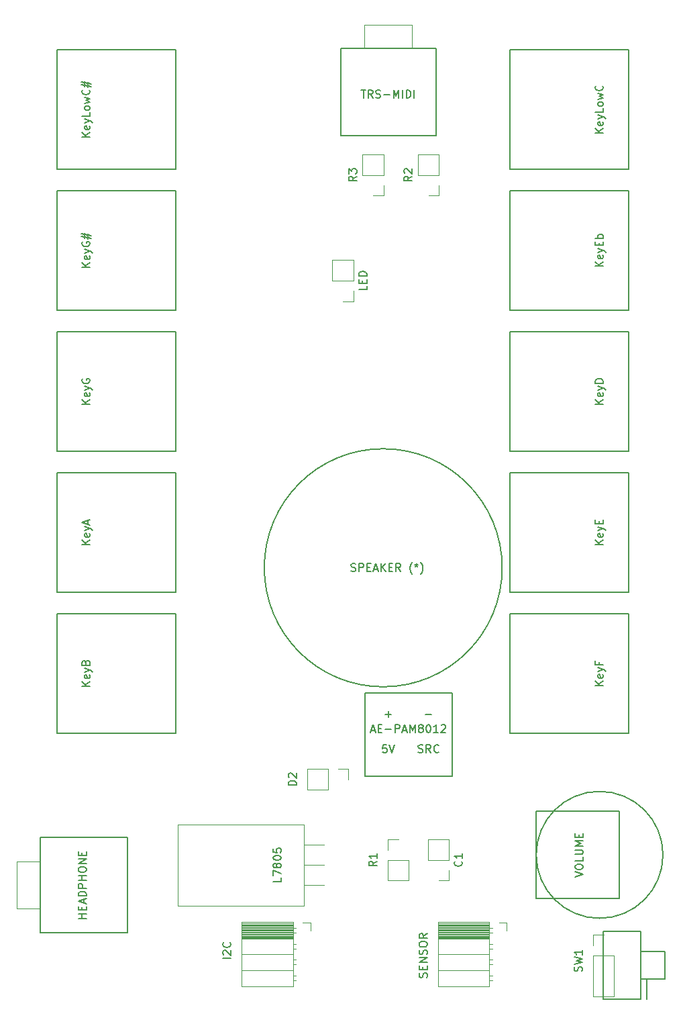
<source format=gto>
G04 #@! TF.GenerationSoftware,KiCad,Pcbnew,(5.1.8)-1*
G04 #@! TF.CreationDate,2021-02-19T23:09:38+09:00*
G04 #@! TF.ProjectId,windsynyh5,77696e64-7379-46e7-9968-352e6b696361,rev?*
G04 #@! TF.SameCoordinates,Original*
G04 #@! TF.FileFunction,Legend,Top*
G04 #@! TF.FilePolarity,Positive*
%FSLAX46Y46*%
G04 Gerber Fmt 4.6, Leading zero omitted, Abs format (unit mm)*
G04 Created by KiCad (PCBNEW (5.1.8)-1) date 2021-02-19 23:09:38*
%MOMM*%
%LPD*%
G01*
G04 APERTURE LIST*
%ADD10C,0.150000*%
%ADD11C,0.120000*%
G04 APERTURE END LIST*
D10*
X187912697Y-175377011D02*
X184912697Y-175377011D01*
X187912697Y-178877011D02*
X187912697Y-175377011D01*
X184912697Y-178877011D02*
X187912697Y-178877011D01*
X185674697Y-181377011D02*
X185674697Y-178877011D01*
X184912697Y-181377011D02*
X180162697Y-181377011D01*
X184912697Y-172877011D02*
X184912697Y-181377011D01*
X180162697Y-172877011D02*
X184912697Y-172877011D01*
X180162697Y-181377011D02*
X180162697Y-172877011D01*
D11*
G04 #@! TO.C,HEADPHONE*
X109150000Y-170005000D02*
X106150000Y-170005000D01*
X106150000Y-170005000D02*
X106150000Y-164005000D01*
X106150000Y-164005000D02*
X109150000Y-164005000D01*
D10*
X109150000Y-173005000D02*
X109150000Y-161005000D01*
X109150000Y-161005000D02*
X120150000Y-161005000D01*
X120150000Y-161005000D02*
X120150000Y-173005000D01*
X120150000Y-173005000D02*
X109150000Y-173005000D01*
D11*
G04 #@! TO.C,TRS-MIDI*
X150035000Y-61525000D02*
X150035000Y-58525000D01*
X150035000Y-58525000D02*
X156035000Y-58525000D01*
X156035000Y-58525000D02*
X156035000Y-61525000D01*
D10*
X147035000Y-61525000D02*
X159035000Y-61525000D01*
X159035000Y-61525000D02*
X159035000Y-72525000D01*
X159035000Y-72525000D02*
X147035000Y-72525000D01*
X147035000Y-72525000D02*
X147035000Y-61525000D01*
D11*
G04 #@! TO.C,L7805*
X142360000Y-169585000D02*
X142360000Y-159345000D01*
X126470000Y-169585000D02*
X126470000Y-159345000D01*
X126470000Y-169585000D02*
X142360000Y-169585000D01*
X126470000Y-159345000D02*
X142360000Y-159345000D01*
X142360000Y-167005000D02*
X144900000Y-167005000D01*
X142360000Y-164465000D02*
X144900000Y-164465000D01*
X142360000Y-161925000D02*
X144900000Y-161925000D01*
D10*
G04 #@! TO.C,VOLUME*
X171705000Y-157695000D02*
X171705000Y-168695000D01*
X171705000Y-168695000D02*
X182205000Y-168695000D01*
X182205000Y-168695000D02*
X182205000Y-157695000D01*
X182205000Y-157695000D02*
X171705000Y-157695000D01*
X187705000Y-163195000D02*
G75*
G03*
X187705000Y-163195000I-8000000J0D01*
G01*
G04 #@! TO.C,KeyLowC#*
X126245000Y-61715000D02*
X126245000Y-76715000D01*
X126245000Y-76715000D02*
X111245000Y-76715000D01*
X111245000Y-76715000D02*
X111245000Y-61715000D01*
X111245000Y-61715000D02*
X126245000Y-61715000D01*
G04 #@! TO.C,KeyG#*
X126245000Y-79495000D02*
X126245000Y-94495000D01*
X126245000Y-94495000D02*
X111245000Y-94495000D01*
X111245000Y-94495000D02*
X111245000Y-79495000D01*
X111245000Y-79495000D02*
X126245000Y-79495000D01*
G04 #@! TO.C,KeyG*
X126245000Y-97275000D02*
X126245000Y-112275000D01*
X126245000Y-112275000D02*
X111245000Y-112275000D01*
X111245000Y-112275000D02*
X111245000Y-97275000D01*
X111245000Y-97275000D02*
X126245000Y-97275000D01*
G04 #@! TO.C,KeyA*
X126245000Y-115055000D02*
X126245000Y-130055000D01*
X126245000Y-130055000D02*
X111245000Y-130055000D01*
X111245000Y-130055000D02*
X111245000Y-115055000D01*
X111245000Y-115055000D02*
X126245000Y-115055000D01*
G04 #@! TO.C,KeyB*
X126245000Y-132835000D02*
X126245000Y-147835000D01*
X126245000Y-147835000D02*
X111245000Y-147835000D01*
X111245000Y-147835000D02*
X111245000Y-132835000D01*
X111245000Y-132835000D02*
X126245000Y-132835000D01*
G04 #@! TO.C,KeyLowC*
X168395000Y-76715000D02*
X168395000Y-61715000D01*
X168395000Y-61715000D02*
X183395000Y-61715000D01*
X183395000Y-61715000D02*
X183395000Y-76715000D01*
X183395000Y-76715000D02*
X168395000Y-76715000D01*
G04 #@! TO.C,KeyEb*
X168395000Y-94495000D02*
X168395000Y-79495000D01*
X168395000Y-79495000D02*
X183395000Y-79495000D01*
X183395000Y-79495000D02*
X183395000Y-94495000D01*
X183395000Y-94495000D02*
X168395000Y-94495000D01*
G04 #@! TO.C,KeyD*
X168395000Y-112275000D02*
X168395000Y-97275000D01*
X168395000Y-97275000D02*
X183395000Y-97275000D01*
X183395000Y-97275000D02*
X183395000Y-112275000D01*
X183395000Y-112275000D02*
X168395000Y-112275000D01*
G04 #@! TO.C,KeyE*
X168395000Y-130055000D02*
X168395000Y-115055000D01*
X168395000Y-115055000D02*
X183395000Y-115055000D01*
X183395000Y-115055000D02*
X183395000Y-130055000D01*
X183395000Y-130055000D02*
X168395000Y-130055000D01*
G04 #@! TO.C,KeyF*
X168395000Y-147835000D02*
X168395000Y-132835000D01*
X168395000Y-132835000D02*
X183395000Y-132835000D01*
X183395000Y-132835000D02*
X183395000Y-147835000D01*
X183395000Y-147835000D02*
X168395000Y-147835000D01*
G04 #@! TO.C,AE-PAM8012*
X161075000Y-142755000D02*
X161075000Y-153255000D01*
X161075000Y-153255000D02*
X150075000Y-153255000D01*
X150075000Y-153255000D02*
X150075000Y-142755000D01*
X150075000Y-142755000D02*
X161075000Y-142755000D01*
D11*
G04 #@! TO.C,LED*
X148650000Y-88205000D02*
X145990000Y-88205000D01*
X148650000Y-90805000D02*
X148650000Y-88205000D01*
X145990000Y-90805000D02*
X145990000Y-88205000D01*
X148650000Y-90805000D02*
X145990000Y-90805000D01*
X148650000Y-92075000D02*
X148650000Y-93405000D01*
X148650000Y-93405000D02*
X147320000Y-93405000D01*
G04 #@! TO.C,R1*
X152975000Y-166430000D02*
X155635000Y-166430000D01*
X152975000Y-163830000D02*
X152975000Y-166430000D01*
X155635000Y-163830000D02*
X155635000Y-166430000D01*
X152975000Y-163830000D02*
X155635000Y-163830000D01*
X152975000Y-162560000D02*
X152975000Y-161230000D01*
X152975000Y-161230000D02*
X154305000Y-161230000D01*
G04 #@! TO.C,R2*
X159445000Y-74870000D02*
X156785000Y-74870000D01*
X159445000Y-77470000D02*
X159445000Y-74870000D01*
X156785000Y-77470000D02*
X156785000Y-74870000D01*
X159445000Y-77470000D02*
X156785000Y-77470000D01*
X159445000Y-78740000D02*
X159445000Y-80070000D01*
X159445000Y-80070000D02*
X158115000Y-80070000D01*
G04 #@! TO.C,R3*
X152460000Y-74870000D02*
X149800000Y-74870000D01*
X152460000Y-77470000D02*
X152460000Y-74870000D01*
X149800000Y-77470000D02*
X149800000Y-74870000D01*
X152460000Y-77470000D02*
X149800000Y-77470000D01*
X152460000Y-78740000D02*
X152460000Y-80070000D01*
X152460000Y-80070000D02*
X151130000Y-80070000D01*
G04 #@! TO.C,C1*
X160715000Y-161230000D02*
X158055000Y-161230000D01*
X160715000Y-163830000D02*
X160715000Y-161230000D01*
X158055000Y-163830000D02*
X158055000Y-161230000D01*
X160715000Y-163830000D02*
X158055000Y-163830000D01*
X160715000Y-165100000D02*
X160715000Y-166430000D01*
X160715000Y-166430000D02*
X159385000Y-166430000D01*
D10*
G04 #@! TO.C,SPEAKER (\u002A)*
X167408331Y-127000000D02*
G75*
G03*
X167408331Y-127000000I-15008331J0D01*
G01*
D11*
G04 #@! TO.C,SENSOR*
X165795000Y-171660000D02*
X165795000Y-173720000D01*
X165795000Y-173720000D02*
X159325000Y-173720000D01*
X159325000Y-173720000D02*
X159325000Y-171660000D01*
X159325000Y-171660000D02*
X165795000Y-171660000D01*
X166150000Y-172410000D02*
X165795000Y-172410000D01*
X166150000Y-173030000D02*
X165795000Y-173030000D01*
X165795000Y-171840000D02*
X159325000Y-171840000D01*
X165795000Y-171960000D02*
X159325000Y-171960000D01*
X165795000Y-172080000D02*
X159325000Y-172080000D01*
X165795000Y-172200000D02*
X159325000Y-172200000D01*
X165795000Y-172320000D02*
X159325000Y-172320000D01*
X165795000Y-172440000D02*
X159325000Y-172440000D01*
X165795000Y-172560000D02*
X159325000Y-172560000D01*
X165795000Y-172680000D02*
X159325000Y-172680000D01*
X165795000Y-172800000D02*
X159325000Y-172800000D01*
X165795000Y-172920000D02*
X159325000Y-172920000D01*
X165795000Y-173040000D02*
X159325000Y-173040000D01*
X165795000Y-173160000D02*
X159325000Y-173160000D01*
X165795000Y-173280000D02*
X159325000Y-173280000D01*
X165795000Y-173400000D02*
X159325000Y-173400000D01*
X165795000Y-173520000D02*
X159325000Y-173520000D01*
X165795000Y-173640000D02*
X159325000Y-173640000D01*
X165795000Y-173760000D02*
X159325000Y-173760000D01*
X165795000Y-173720000D02*
X165795000Y-175720000D01*
X165795000Y-175720000D02*
X159325000Y-175720000D01*
X159325000Y-175720000D02*
X159325000Y-173720000D01*
X159325000Y-173720000D02*
X165795000Y-173720000D01*
X166150000Y-174410000D02*
X165795000Y-174410000D01*
X166150000Y-175030000D02*
X165795000Y-175030000D01*
X165795000Y-175720000D02*
X165795000Y-177720000D01*
X165795000Y-177720000D02*
X159325000Y-177720000D01*
X159325000Y-177720000D02*
X159325000Y-175720000D01*
X159325000Y-175720000D02*
X165795000Y-175720000D01*
X166150000Y-176410000D02*
X165795000Y-176410000D01*
X166150000Y-177030000D02*
X165795000Y-177030000D01*
X165795000Y-177720000D02*
X165795000Y-179780000D01*
X165795000Y-179780000D02*
X159325000Y-179780000D01*
X159325000Y-179780000D02*
X159325000Y-177720000D01*
X159325000Y-177720000D02*
X165795000Y-177720000D01*
X166150000Y-178410000D02*
X165795000Y-178410000D01*
X166150000Y-179030000D02*
X165795000Y-179030000D01*
X167005000Y-171720000D02*
X168005000Y-171720000D01*
X168005000Y-171720000D02*
X168005000Y-172720000D01*
G04 #@! TO.C,I2C*
X141030000Y-171660000D02*
X141030000Y-173720000D01*
X141030000Y-173720000D02*
X134560000Y-173720000D01*
X134560000Y-173720000D02*
X134560000Y-171660000D01*
X134560000Y-171660000D02*
X141030000Y-171660000D01*
X141385000Y-172410000D02*
X141030000Y-172410000D01*
X141385000Y-173030000D02*
X141030000Y-173030000D01*
X141030000Y-171840000D02*
X134560000Y-171840000D01*
X141030000Y-171960000D02*
X134560000Y-171960000D01*
X141030000Y-172080000D02*
X134560000Y-172080000D01*
X141030000Y-172200000D02*
X134560000Y-172200000D01*
X141030000Y-172320000D02*
X134560000Y-172320000D01*
X141030000Y-172440000D02*
X134560000Y-172440000D01*
X141030000Y-172560000D02*
X134560000Y-172560000D01*
X141030000Y-172680000D02*
X134560000Y-172680000D01*
X141030000Y-172800000D02*
X134560000Y-172800000D01*
X141030000Y-172920000D02*
X134560000Y-172920000D01*
X141030000Y-173040000D02*
X134560000Y-173040000D01*
X141030000Y-173160000D02*
X134560000Y-173160000D01*
X141030000Y-173280000D02*
X134560000Y-173280000D01*
X141030000Y-173400000D02*
X134560000Y-173400000D01*
X141030000Y-173520000D02*
X134560000Y-173520000D01*
X141030000Y-173640000D02*
X134560000Y-173640000D01*
X141030000Y-173760000D02*
X134560000Y-173760000D01*
X141030000Y-173720000D02*
X141030000Y-175720000D01*
X141030000Y-175720000D02*
X134560000Y-175720000D01*
X134560000Y-175720000D02*
X134560000Y-173720000D01*
X134560000Y-173720000D02*
X141030000Y-173720000D01*
X141385000Y-174410000D02*
X141030000Y-174410000D01*
X141385000Y-175030000D02*
X141030000Y-175030000D01*
X141030000Y-175720000D02*
X141030000Y-177720000D01*
X141030000Y-177720000D02*
X134560000Y-177720000D01*
X134560000Y-177720000D02*
X134560000Y-175720000D01*
X134560000Y-175720000D02*
X141030000Y-175720000D01*
X141385000Y-176410000D02*
X141030000Y-176410000D01*
X141385000Y-177030000D02*
X141030000Y-177030000D01*
X141030000Y-177720000D02*
X141030000Y-179780000D01*
X141030000Y-179780000D02*
X134560000Y-179780000D01*
X134560000Y-179780000D02*
X134560000Y-177720000D01*
X134560000Y-177720000D02*
X141030000Y-177720000D01*
X141385000Y-178410000D02*
X141030000Y-178410000D01*
X141385000Y-179030000D02*
X141030000Y-179030000D01*
X142240000Y-171720000D02*
X143240000Y-171720000D01*
X143240000Y-171720000D02*
X143240000Y-172720000D01*
G04 #@! TO.C,SW1*
X178883000Y-181035000D02*
X181543000Y-181035000D01*
X178883000Y-175895000D02*
X178883000Y-181035000D01*
X181543000Y-175895000D02*
X181543000Y-181035000D01*
X178883000Y-175895000D02*
X181543000Y-175895000D01*
X178883000Y-174625000D02*
X178883000Y-173295000D01*
X178883000Y-173295000D02*
X180213000Y-173295000D01*
G04 #@! TO.C,D2*
X148015000Y-152340000D02*
X148015000Y-153670000D01*
X146685000Y-152340000D02*
X148015000Y-152340000D01*
X145415000Y-152340000D02*
X145415000Y-155000000D01*
X145415000Y-155000000D02*
X142815000Y-155000000D01*
X145415000Y-152340000D02*
X142815000Y-152340000D01*
X142815000Y-152340000D02*
X142815000Y-155000000D01*
G04 #@! TO.C,HEADPHONE*
D10*
X114927380Y-171195476D02*
X113927380Y-171195476D01*
X114403571Y-171195476D02*
X114403571Y-170624047D01*
X114927380Y-170624047D02*
X113927380Y-170624047D01*
X114403571Y-170147857D02*
X114403571Y-169814523D01*
X114927380Y-169671666D02*
X114927380Y-170147857D01*
X113927380Y-170147857D01*
X113927380Y-169671666D01*
X114641666Y-169290714D02*
X114641666Y-168814523D01*
X114927380Y-169385952D02*
X113927380Y-169052619D01*
X114927380Y-168719285D01*
X114927380Y-168385952D02*
X113927380Y-168385952D01*
X113927380Y-168147857D01*
X113975000Y-168005000D01*
X114070238Y-167909761D01*
X114165476Y-167862142D01*
X114355952Y-167814523D01*
X114498809Y-167814523D01*
X114689285Y-167862142D01*
X114784523Y-167909761D01*
X114879761Y-168005000D01*
X114927380Y-168147857D01*
X114927380Y-168385952D01*
X114927380Y-167385952D02*
X113927380Y-167385952D01*
X113927380Y-167005000D01*
X113975000Y-166909761D01*
X114022619Y-166862142D01*
X114117857Y-166814523D01*
X114260714Y-166814523D01*
X114355952Y-166862142D01*
X114403571Y-166909761D01*
X114451190Y-167005000D01*
X114451190Y-167385952D01*
X114927380Y-166385952D02*
X113927380Y-166385952D01*
X114403571Y-166385952D02*
X114403571Y-165814523D01*
X114927380Y-165814523D02*
X113927380Y-165814523D01*
X113927380Y-165147857D02*
X113927380Y-164957380D01*
X113975000Y-164862142D01*
X114070238Y-164766904D01*
X114260714Y-164719285D01*
X114594047Y-164719285D01*
X114784523Y-164766904D01*
X114879761Y-164862142D01*
X114927380Y-164957380D01*
X114927380Y-165147857D01*
X114879761Y-165243095D01*
X114784523Y-165338333D01*
X114594047Y-165385952D01*
X114260714Y-165385952D01*
X114070238Y-165338333D01*
X113975000Y-165243095D01*
X113927380Y-165147857D01*
X114927380Y-164290714D02*
X113927380Y-164290714D01*
X114927380Y-163719285D01*
X113927380Y-163719285D01*
X114403571Y-163243095D02*
X114403571Y-162909761D01*
X114927380Y-162766904D02*
X114927380Y-163243095D01*
X113927380Y-163243095D01*
X113927380Y-162766904D01*
G04 #@! TO.C,TRS-MIDI*
X149606428Y-66762380D02*
X150177857Y-66762380D01*
X149892142Y-67762380D02*
X149892142Y-66762380D01*
X151082619Y-67762380D02*
X150749285Y-67286190D01*
X150511190Y-67762380D02*
X150511190Y-66762380D01*
X150892142Y-66762380D01*
X150987380Y-66810000D01*
X151035000Y-66857619D01*
X151082619Y-66952857D01*
X151082619Y-67095714D01*
X151035000Y-67190952D01*
X150987380Y-67238571D01*
X150892142Y-67286190D01*
X150511190Y-67286190D01*
X151463571Y-67714761D02*
X151606428Y-67762380D01*
X151844523Y-67762380D01*
X151939761Y-67714761D01*
X151987380Y-67667142D01*
X152035000Y-67571904D01*
X152035000Y-67476666D01*
X151987380Y-67381428D01*
X151939761Y-67333809D01*
X151844523Y-67286190D01*
X151654047Y-67238571D01*
X151558809Y-67190952D01*
X151511190Y-67143333D01*
X151463571Y-67048095D01*
X151463571Y-66952857D01*
X151511190Y-66857619D01*
X151558809Y-66810000D01*
X151654047Y-66762380D01*
X151892142Y-66762380D01*
X152035000Y-66810000D01*
X152463571Y-67381428D02*
X153225476Y-67381428D01*
X153701666Y-67762380D02*
X153701666Y-66762380D01*
X154035000Y-67476666D01*
X154368333Y-66762380D01*
X154368333Y-67762380D01*
X154844523Y-67762380D02*
X154844523Y-66762380D01*
X155320714Y-67762380D02*
X155320714Y-66762380D01*
X155558809Y-66762380D01*
X155701666Y-66810000D01*
X155796904Y-66905238D01*
X155844523Y-67000476D01*
X155892142Y-67190952D01*
X155892142Y-67333809D01*
X155844523Y-67524285D01*
X155796904Y-67619523D01*
X155701666Y-67714761D01*
X155558809Y-67762380D01*
X155320714Y-67762380D01*
X156320714Y-67762380D02*
X156320714Y-66762380D01*
G04 #@! TO.C,L7805*
X139517380Y-166060238D02*
X139517380Y-166536428D01*
X138517380Y-166536428D01*
X138517380Y-165822142D02*
X138517380Y-165155476D01*
X139517380Y-165584047D01*
X138945952Y-164631666D02*
X138898333Y-164726904D01*
X138850714Y-164774523D01*
X138755476Y-164822142D01*
X138707857Y-164822142D01*
X138612619Y-164774523D01*
X138565000Y-164726904D01*
X138517380Y-164631666D01*
X138517380Y-164441190D01*
X138565000Y-164345952D01*
X138612619Y-164298333D01*
X138707857Y-164250714D01*
X138755476Y-164250714D01*
X138850714Y-164298333D01*
X138898333Y-164345952D01*
X138945952Y-164441190D01*
X138945952Y-164631666D01*
X138993571Y-164726904D01*
X139041190Y-164774523D01*
X139136428Y-164822142D01*
X139326904Y-164822142D01*
X139422142Y-164774523D01*
X139469761Y-164726904D01*
X139517380Y-164631666D01*
X139517380Y-164441190D01*
X139469761Y-164345952D01*
X139422142Y-164298333D01*
X139326904Y-164250714D01*
X139136428Y-164250714D01*
X139041190Y-164298333D01*
X138993571Y-164345952D01*
X138945952Y-164441190D01*
X138517380Y-163631666D02*
X138517380Y-163536428D01*
X138565000Y-163441190D01*
X138612619Y-163393571D01*
X138707857Y-163345952D01*
X138898333Y-163298333D01*
X139136428Y-163298333D01*
X139326904Y-163345952D01*
X139422142Y-163393571D01*
X139469761Y-163441190D01*
X139517380Y-163536428D01*
X139517380Y-163631666D01*
X139469761Y-163726904D01*
X139422142Y-163774523D01*
X139326904Y-163822142D01*
X139136428Y-163869761D01*
X138898333Y-163869761D01*
X138707857Y-163822142D01*
X138612619Y-163774523D01*
X138565000Y-163726904D01*
X138517380Y-163631666D01*
X138517380Y-162393571D02*
X138517380Y-162869761D01*
X138993571Y-162917380D01*
X138945952Y-162869761D01*
X138898333Y-162774523D01*
X138898333Y-162536428D01*
X138945952Y-162441190D01*
X138993571Y-162393571D01*
X139088809Y-162345952D01*
X139326904Y-162345952D01*
X139422142Y-162393571D01*
X139469761Y-162441190D01*
X139517380Y-162536428D01*
X139517380Y-162774523D01*
X139469761Y-162869761D01*
X139422142Y-162917380D01*
G04 #@! TO.C,VOLUME*
X176617380Y-166004523D02*
X177617380Y-165671190D01*
X176617380Y-165337857D01*
X176617380Y-164814047D02*
X176617380Y-164623571D01*
X176665000Y-164528333D01*
X176760238Y-164433095D01*
X176950714Y-164385476D01*
X177284047Y-164385476D01*
X177474523Y-164433095D01*
X177569761Y-164528333D01*
X177617380Y-164623571D01*
X177617380Y-164814047D01*
X177569761Y-164909285D01*
X177474523Y-165004523D01*
X177284047Y-165052142D01*
X176950714Y-165052142D01*
X176760238Y-165004523D01*
X176665000Y-164909285D01*
X176617380Y-164814047D01*
X177617380Y-163480714D02*
X177617380Y-163956904D01*
X176617380Y-163956904D01*
X176617380Y-163147380D02*
X177426904Y-163147380D01*
X177522142Y-163099761D01*
X177569761Y-163052142D01*
X177617380Y-162956904D01*
X177617380Y-162766428D01*
X177569761Y-162671190D01*
X177522142Y-162623571D01*
X177426904Y-162575952D01*
X176617380Y-162575952D01*
X177617380Y-162099761D02*
X176617380Y-162099761D01*
X177331666Y-161766428D01*
X176617380Y-161433095D01*
X177617380Y-161433095D01*
X177093571Y-160956904D02*
X177093571Y-160623571D01*
X177617380Y-160480714D02*
X177617380Y-160956904D01*
X176617380Y-160956904D01*
X176617380Y-160480714D01*
G04 #@! TO.C,KeyLowC#*
X115387380Y-72667380D02*
X114387380Y-72667380D01*
X115387380Y-72095952D02*
X114815952Y-72524523D01*
X114387380Y-72095952D02*
X114958809Y-72667380D01*
X115339761Y-71286428D02*
X115387380Y-71381666D01*
X115387380Y-71572142D01*
X115339761Y-71667380D01*
X115244523Y-71715000D01*
X114863571Y-71715000D01*
X114768333Y-71667380D01*
X114720714Y-71572142D01*
X114720714Y-71381666D01*
X114768333Y-71286428D01*
X114863571Y-71238809D01*
X114958809Y-71238809D01*
X115054047Y-71715000D01*
X114720714Y-70905476D02*
X115387380Y-70667380D01*
X114720714Y-70429285D02*
X115387380Y-70667380D01*
X115625476Y-70762619D01*
X115673095Y-70810238D01*
X115720714Y-70905476D01*
X115387380Y-69572142D02*
X115387380Y-70048333D01*
X114387380Y-70048333D01*
X115387380Y-69095952D02*
X115339761Y-69191190D01*
X115292142Y-69238809D01*
X115196904Y-69286428D01*
X114911190Y-69286428D01*
X114815952Y-69238809D01*
X114768333Y-69191190D01*
X114720714Y-69095952D01*
X114720714Y-68953095D01*
X114768333Y-68857857D01*
X114815952Y-68810238D01*
X114911190Y-68762619D01*
X115196904Y-68762619D01*
X115292142Y-68810238D01*
X115339761Y-68857857D01*
X115387380Y-68953095D01*
X115387380Y-69095952D01*
X114720714Y-68429285D02*
X115387380Y-68238809D01*
X114911190Y-68048333D01*
X115387380Y-67857857D01*
X114720714Y-67667380D01*
X115292142Y-66715000D02*
X115339761Y-66762619D01*
X115387380Y-66905476D01*
X115387380Y-67000714D01*
X115339761Y-67143571D01*
X115244523Y-67238809D01*
X115149285Y-67286428D01*
X114958809Y-67334047D01*
X114815952Y-67334047D01*
X114625476Y-67286428D01*
X114530238Y-67238809D01*
X114435000Y-67143571D01*
X114387380Y-67000714D01*
X114387380Y-66905476D01*
X114435000Y-66762619D01*
X114482619Y-66715000D01*
X114720714Y-66334047D02*
X114720714Y-65619761D01*
X114292142Y-66048333D02*
X115577857Y-66334047D01*
X115149285Y-65715000D02*
X115149285Y-66429285D01*
X115577857Y-66000714D02*
X114292142Y-65715000D01*
G04 #@! TO.C,KeyG#*
X115387380Y-89066428D02*
X114387380Y-89066428D01*
X115387380Y-88495000D02*
X114815952Y-88923571D01*
X114387380Y-88495000D02*
X114958809Y-89066428D01*
X115339761Y-87685476D02*
X115387380Y-87780714D01*
X115387380Y-87971190D01*
X115339761Y-88066428D01*
X115244523Y-88114047D01*
X114863571Y-88114047D01*
X114768333Y-88066428D01*
X114720714Y-87971190D01*
X114720714Y-87780714D01*
X114768333Y-87685476D01*
X114863571Y-87637857D01*
X114958809Y-87637857D01*
X115054047Y-88114047D01*
X114720714Y-87304523D02*
X115387380Y-87066428D01*
X114720714Y-86828333D02*
X115387380Y-87066428D01*
X115625476Y-87161666D01*
X115673095Y-87209285D01*
X115720714Y-87304523D01*
X114435000Y-85923571D02*
X114387380Y-86018809D01*
X114387380Y-86161666D01*
X114435000Y-86304523D01*
X114530238Y-86399761D01*
X114625476Y-86447380D01*
X114815952Y-86495000D01*
X114958809Y-86495000D01*
X115149285Y-86447380D01*
X115244523Y-86399761D01*
X115339761Y-86304523D01*
X115387380Y-86161666D01*
X115387380Y-86066428D01*
X115339761Y-85923571D01*
X115292142Y-85875952D01*
X114958809Y-85875952D01*
X114958809Y-86066428D01*
X114720714Y-85495000D02*
X114720714Y-84780714D01*
X114292142Y-85209285D02*
X115577857Y-85495000D01*
X115149285Y-84875952D02*
X115149285Y-85590238D01*
X115577857Y-85161666D02*
X114292142Y-84875952D01*
G04 #@! TO.C,KeyG*
X115387380Y-106346428D02*
X114387380Y-106346428D01*
X115387380Y-105775000D02*
X114815952Y-106203571D01*
X114387380Y-105775000D02*
X114958809Y-106346428D01*
X115339761Y-104965476D02*
X115387380Y-105060714D01*
X115387380Y-105251190D01*
X115339761Y-105346428D01*
X115244523Y-105394047D01*
X114863571Y-105394047D01*
X114768333Y-105346428D01*
X114720714Y-105251190D01*
X114720714Y-105060714D01*
X114768333Y-104965476D01*
X114863571Y-104917857D01*
X114958809Y-104917857D01*
X115054047Y-105394047D01*
X114720714Y-104584523D02*
X115387380Y-104346428D01*
X114720714Y-104108333D02*
X115387380Y-104346428D01*
X115625476Y-104441666D01*
X115673095Y-104489285D01*
X115720714Y-104584523D01*
X114435000Y-103203571D02*
X114387380Y-103298809D01*
X114387380Y-103441666D01*
X114435000Y-103584523D01*
X114530238Y-103679761D01*
X114625476Y-103727380D01*
X114815952Y-103775000D01*
X114958809Y-103775000D01*
X115149285Y-103727380D01*
X115244523Y-103679761D01*
X115339761Y-103584523D01*
X115387380Y-103441666D01*
X115387380Y-103346428D01*
X115339761Y-103203571D01*
X115292142Y-103155952D01*
X114958809Y-103155952D01*
X114958809Y-103346428D01*
G04 #@! TO.C,KeyA*
X115387380Y-124055000D02*
X114387380Y-124055000D01*
X115387380Y-123483571D02*
X114815952Y-123912142D01*
X114387380Y-123483571D02*
X114958809Y-124055000D01*
X115339761Y-122674047D02*
X115387380Y-122769285D01*
X115387380Y-122959761D01*
X115339761Y-123055000D01*
X115244523Y-123102619D01*
X114863571Y-123102619D01*
X114768333Y-123055000D01*
X114720714Y-122959761D01*
X114720714Y-122769285D01*
X114768333Y-122674047D01*
X114863571Y-122626428D01*
X114958809Y-122626428D01*
X115054047Y-123102619D01*
X114720714Y-122293095D02*
X115387380Y-122055000D01*
X114720714Y-121816904D02*
X115387380Y-122055000D01*
X115625476Y-122150238D01*
X115673095Y-122197857D01*
X115720714Y-122293095D01*
X115101666Y-121483571D02*
X115101666Y-121007380D01*
X115387380Y-121578809D02*
X114387380Y-121245476D01*
X115387380Y-120912142D01*
G04 #@! TO.C,KeyB*
X115387380Y-141906428D02*
X114387380Y-141906428D01*
X115387380Y-141335000D02*
X114815952Y-141763571D01*
X114387380Y-141335000D02*
X114958809Y-141906428D01*
X115339761Y-140525476D02*
X115387380Y-140620714D01*
X115387380Y-140811190D01*
X115339761Y-140906428D01*
X115244523Y-140954047D01*
X114863571Y-140954047D01*
X114768333Y-140906428D01*
X114720714Y-140811190D01*
X114720714Y-140620714D01*
X114768333Y-140525476D01*
X114863571Y-140477857D01*
X114958809Y-140477857D01*
X115054047Y-140954047D01*
X114720714Y-140144523D02*
X115387380Y-139906428D01*
X114720714Y-139668333D02*
X115387380Y-139906428D01*
X115625476Y-140001666D01*
X115673095Y-140049285D01*
X115720714Y-140144523D01*
X114863571Y-138954047D02*
X114911190Y-138811190D01*
X114958809Y-138763571D01*
X115054047Y-138715952D01*
X115196904Y-138715952D01*
X115292142Y-138763571D01*
X115339761Y-138811190D01*
X115387380Y-138906428D01*
X115387380Y-139287380D01*
X114387380Y-139287380D01*
X114387380Y-138954047D01*
X114435000Y-138858809D01*
X114482619Y-138811190D01*
X114577857Y-138763571D01*
X114673095Y-138763571D01*
X114768333Y-138811190D01*
X114815952Y-138858809D01*
X114863571Y-138954047D01*
X114863571Y-139287380D01*
G04 #@! TO.C,KeyLowC*
X180157380Y-72167380D02*
X179157380Y-72167380D01*
X180157380Y-71595952D02*
X179585952Y-72024523D01*
X179157380Y-71595952D02*
X179728809Y-72167380D01*
X180109761Y-70786428D02*
X180157380Y-70881666D01*
X180157380Y-71072142D01*
X180109761Y-71167380D01*
X180014523Y-71215000D01*
X179633571Y-71215000D01*
X179538333Y-71167380D01*
X179490714Y-71072142D01*
X179490714Y-70881666D01*
X179538333Y-70786428D01*
X179633571Y-70738809D01*
X179728809Y-70738809D01*
X179824047Y-71215000D01*
X179490714Y-70405476D02*
X180157380Y-70167380D01*
X179490714Y-69929285D02*
X180157380Y-70167380D01*
X180395476Y-70262619D01*
X180443095Y-70310238D01*
X180490714Y-70405476D01*
X180157380Y-69072142D02*
X180157380Y-69548333D01*
X179157380Y-69548333D01*
X180157380Y-68595952D02*
X180109761Y-68691190D01*
X180062142Y-68738809D01*
X179966904Y-68786428D01*
X179681190Y-68786428D01*
X179585952Y-68738809D01*
X179538333Y-68691190D01*
X179490714Y-68595952D01*
X179490714Y-68453095D01*
X179538333Y-68357857D01*
X179585952Y-68310238D01*
X179681190Y-68262619D01*
X179966904Y-68262619D01*
X180062142Y-68310238D01*
X180109761Y-68357857D01*
X180157380Y-68453095D01*
X180157380Y-68595952D01*
X179490714Y-67929285D02*
X180157380Y-67738809D01*
X179681190Y-67548333D01*
X180157380Y-67357857D01*
X179490714Y-67167380D01*
X180062142Y-66215000D02*
X180109761Y-66262619D01*
X180157380Y-66405476D01*
X180157380Y-66500714D01*
X180109761Y-66643571D01*
X180014523Y-66738809D01*
X179919285Y-66786428D01*
X179728809Y-66834047D01*
X179585952Y-66834047D01*
X179395476Y-66786428D01*
X179300238Y-66738809D01*
X179205000Y-66643571D01*
X179157380Y-66500714D01*
X179157380Y-66405476D01*
X179205000Y-66262619D01*
X179252619Y-66215000D01*
G04 #@! TO.C,KeyEb*
X180157380Y-88971190D02*
X179157380Y-88971190D01*
X180157380Y-88399761D02*
X179585952Y-88828333D01*
X179157380Y-88399761D02*
X179728809Y-88971190D01*
X180109761Y-87590238D02*
X180157380Y-87685476D01*
X180157380Y-87875952D01*
X180109761Y-87971190D01*
X180014523Y-88018809D01*
X179633571Y-88018809D01*
X179538333Y-87971190D01*
X179490714Y-87875952D01*
X179490714Y-87685476D01*
X179538333Y-87590238D01*
X179633571Y-87542619D01*
X179728809Y-87542619D01*
X179824047Y-88018809D01*
X179490714Y-87209285D02*
X180157380Y-86971190D01*
X179490714Y-86733095D02*
X180157380Y-86971190D01*
X180395476Y-87066428D01*
X180443095Y-87114047D01*
X180490714Y-87209285D01*
X179633571Y-86352142D02*
X179633571Y-86018809D01*
X180157380Y-85875952D02*
X180157380Y-86352142D01*
X179157380Y-86352142D01*
X179157380Y-85875952D01*
X180157380Y-85447380D02*
X179157380Y-85447380D01*
X179538333Y-85447380D02*
X179490714Y-85352142D01*
X179490714Y-85161666D01*
X179538333Y-85066428D01*
X179585952Y-85018809D01*
X179681190Y-84971190D01*
X179966904Y-84971190D01*
X180062142Y-85018809D01*
X180109761Y-85066428D01*
X180157380Y-85161666D01*
X180157380Y-85352142D01*
X180109761Y-85447380D01*
G04 #@! TO.C,KeyD*
X180157380Y-106346428D02*
X179157380Y-106346428D01*
X180157380Y-105775000D02*
X179585952Y-106203571D01*
X179157380Y-105775000D02*
X179728809Y-106346428D01*
X180109761Y-104965476D02*
X180157380Y-105060714D01*
X180157380Y-105251190D01*
X180109761Y-105346428D01*
X180014523Y-105394047D01*
X179633571Y-105394047D01*
X179538333Y-105346428D01*
X179490714Y-105251190D01*
X179490714Y-105060714D01*
X179538333Y-104965476D01*
X179633571Y-104917857D01*
X179728809Y-104917857D01*
X179824047Y-105394047D01*
X179490714Y-104584523D02*
X180157380Y-104346428D01*
X179490714Y-104108333D02*
X180157380Y-104346428D01*
X180395476Y-104441666D01*
X180443095Y-104489285D01*
X180490714Y-104584523D01*
X180157380Y-103727380D02*
X179157380Y-103727380D01*
X179157380Y-103489285D01*
X179205000Y-103346428D01*
X179300238Y-103251190D01*
X179395476Y-103203571D01*
X179585952Y-103155952D01*
X179728809Y-103155952D01*
X179919285Y-103203571D01*
X180014523Y-103251190D01*
X180109761Y-103346428D01*
X180157380Y-103489285D01*
X180157380Y-103727380D01*
G04 #@! TO.C,KeyE*
X180157380Y-124078809D02*
X179157380Y-124078809D01*
X180157380Y-123507380D02*
X179585952Y-123935952D01*
X179157380Y-123507380D02*
X179728809Y-124078809D01*
X180109761Y-122697857D02*
X180157380Y-122793095D01*
X180157380Y-122983571D01*
X180109761Y-123078809D01*
X180014523Y-123126428D01*
X179633571Y-123126428D01*
X179538333Y-123078809D01*
X179490714Y-122983571D01*
X179490714Y-122793095D01*
X179538333Y-122697857D01*
X179633571Y-122650238D01*
X179728809Y-122650238D01*
X179824047Y-123126428D01*
X179490714Y-122316904D02*
X180157380Y-122078809D01*
X179490714Y-121840714D02*
X180157380Y-122078809D01*
X180395476Y-122174047D01*
X180443095Y-122221666D01*
X180490714Y-122316904D01*
X179633571Y-121459761D02*
X179633571Y-121126428D01*
X180157380Y-120983571D02*
X180157380Y-121459761D01*
X179157380Y-121459761D01*
X179157380Y-120983571D01*
G04 #@! TO.C,KeyF*
X180157380Y-141835000D02*
X179157380Y-141835000D01*
X180157380Y-141263571D02*
X179585952Y-141692142D01*
X179157380Y-141263571D02*
X179728809Y-141835000D01*
X180109761Y-140454047D02*
X180157380Y-140549285D01*
X180157380Y-140739761D01*
X180109761Y-140835000D01*
X180014523Y-140882619D01*
X179633571Y-140882619D01*
X179538333Y-140835000D01*
X179490714Y-140739761D01*
X179490714Y-140549285D01*
X179538333Y-140454047D01*
X179633571Y-140406428D01*
X179728809Y-140406428D01*
X179824047Y-140882619D01*
X179490714Y-140073095D02*
X180157380Y-139835000D01*
X179490714Y-139596904D02*
X180157380Y-139835000D01*
X180395476Y-139930238D01*
X180443095Y-139977857D01*
X180490714Y-140073095D01*
X179633571Y-138882619D02*
X179633571Y-139215952D01*
X180157380Y-139215952D02*
X179157380Y-139215952D01*
X179157380Y-138739761D01*
G04 #@! TO.C,AE-PAM8012*
X150860714Y-147486666D02*
X151336904Y-147486666D01*
X150765476Y-147772380D02*
X151098809Y-146772380D01*
X151432142Y-147772380D01*
X151765476Y-147248571D02*
X152098809Y-147248571D01*
X152241666Y-147772380D02*
X151765476Y-147772380D01*
X151765476Y-146772380D01*
X152241666Y-146772380D01*
X152670238Y-147391428D02*
X153432142Y-147391428D01*
X153908333Y-147772380D02*
X153908333Y-146772380D01*
X154289285Y-146772380D01*
X154384523Y-146820000D01*
X154432142Y-146867619D01*
X154479761Y-146962857D01*
X154479761Y-147105714D01*
X154432142Y-147200952D01*
X154384523Y-147248571D01*
X154289285Y-147296190D01*
X153908333Y-147296190D01*
X154860714Y-147486666D02*
X155336904Y-147486666D01*
X154765476Y-147772380D02*
X155098809Y-146772380D01*
X155432142Y-147772380D01*
X155765476Y-147772380D02*
X155765476Y-146772380D01*
X156098809Y-147486666D01*
X156432142Y-146772380D01*
X156432142Y-147772380D01*
X157051190Y-147200952D02*
X156955952Y-147153333D01*
X156908333Y-147105714D01*
X156860714Y-147010476D01*
X156860714Y-146962857D01*
X156908333Y-146867619D01*
X156955952Y-146820000D01*
X157051190Y-146772380D01*
X157241666Y-146772380D01*
X157336904Y-146820000D01*
X157384523Y-146867619D01*
X157432142Y-146962857D01*
X157432142Y-147010476D01*
X157384523Y-147105714D01*
X157336904Y-147153333D01*
X157241666Y-147200952D01*
X157051190Y-147200952D01*
X156955952Y-147248571D01*
X156908333Y-147296190D01*
X156860714Y-147391428D01*
X156860714Y-147581904D01*
X156908333Y-147677142D01*
X156955952Y-147724761D01*
X157051190Y-147772380D01*
X157241666Y-147772380D01*
X157336904Y-147724761D01*
X157384523Y-147677142D01*
X157432142Y-147581904D01*
X157432142Y-147391428D01*
X157384523Y-147296190D01*
X157336904Y-147248571D01*
X157241666Y-147200952D01*
X158051190Y-146772380D02*
X158146428Y-146772380D01*
X158241666Y-146820000D01*
X158289285Y-146867619D01*
X158336904Y-146962857D01*
X158384523Y-147153333D01*
X158384523Y-147391428D01*
X158336904Y-147581904D01*
X158289285Y-147677142D01*
X158241666Y-147724761D01*
X158146428Y-147772380D01*
X158051190Y-147772380D01*
X157955952Y-147724761D01*
X157908333Y-147677142D01*
X157860714Y-147581904D01*
X157813095Y-147391428D01*
X157813095Y-147153333D01*
X157860714Y-146962857D01*
X157908333Y-146867619D01*
X157955952Y-146820000D01*
X158051190Y-146772380D01*
X159336904Y-147772380D02*
X158765476Y-147772380D01*
X159051190Y-147772380D02*
X159051190Y-146772380D01*
X158955952Y-146915238D01*
X158860714Y-147010476D01*
X158765476Y-147058095D01*
X159717857Y-146867619D02*
X159765476Y-146820000D01*
X159860714Y-146772380D01*
X160098809Y-146772380D01*
X160194047Y-146820000D01*
X160241666Y-146867619D01*
X160289285Y-146962857D01*
X160289285Y-147058095D01*
X160241666Y-147200952D01*
X159670238Y-147772380D01*
X160289285Y-147772380D01*
X156829285Y-150264761D02*
X156972142Y-150312380D01*
X157210238Y-150312380D01*
X157305476Y-150264761D01*
X157353095Y-150217142D01*
X157400714Y-150121904D01*
X157400714Y-150026666D01*
X157353095Y-149931428D01*
X157305476Y-149883809D01*
X157210238Y-149836190D01*
X157019761Y-149788571D01*
X156924523Y-149740952D01*
X156876904Y-149693333D01*
X156829285Y-149598095D01*
X156829285Y-149502857D01*
X156876904Y-149407619D01*
X156924523Y-149360000D01*
X157019761Y-149312380D01*
X157257857Y-149312380D01*
X157400714Y-149360000D01*
X158400714Y-150312380D02*
X158067380Y-149836190D01*
X157829285Y-150312380D02*
X157829285Y-149312380D01*
X158210238Y-149312380D01*
X158305476Y-149360000D01*
X158353095Y-149407619D01*
X158400714Y-149502857D01*
X158400714Y-149645714D01*
X158353095Y-149740952D01*
X158305476Y-149788571D01*
X158210238Y-149836190D01*
X157829285Y-149836190D01*
X159400714Y-150217142D02*
X159353095Y-150264761D01*
X159210238Y-150312380D01*
X159115000Y-150312380D01*
X158972142Y-150264761D01*
X158876904Y-150169523D01*
X158829285Y-150074285D01*
X158781666Y-149883809D01*
X158781666Y-149740952D01*
X158829285Y-149550476D01*
X158876904Y-149455238D01*
X158972142Y-149360000D01*
X159115000Y-149312380D01*
X159210238Y-149312380D01*
X159353095Y-149360000D01*
X159400714Y-149407619D01*
X152844523Y-149312380D02*
X152368333Y-149312380D01*
X152320714Y-149788571D01*
X152368333Y-149740952D01*
X152463571Y-149693333D01*
X152701666Y-149693333D01*
X152796904Y-149740952D01*
X152844523Y-149788571D01*
X152892142Y-149883809D01*
X152892142Y-150121904D01*
X152844523Y-150217142D01*
X152796904Y-150264761D01*
X152701666Y-150312380D01*
X152463571Y-150312380D01*
X152368333Y-150264761D01*
X152320714Y-150217142D01*
X153177857Y-149312380D02*
X153511190Y-150312380D01*
X153844523Y-149312380D01*
X157734047Y-145486428D02*
X158495952Y-145486428D01*
X152654047Y-145486428D02*
X153415952Y-145486428D01*
X153035000Y-145867380D02*
X153035000Y-145105476D01*
G04 #@! TO.C,LED*
X150312380Y-91447857D02*
X150312380Y-91924047D01*
X149312380Y-91924047D01*
X149788571Y-91114523D02*
X149788571Y-90781190D01*
X150312380Y-90638333D02*
X150312380Y-91114523D01*
X149312380Y-91114523D01*
X149312380Y-90638333D01*
X150312380Y-90209761D02*
X149312380Y-90209761D01*
X149312380Y-89971666D01*
X149360000Y-89828809D01*
X149455238Y-89733571D01*
X149550476Y-89685952D01*
X149740952Y-89638333D01*
X149883809Y-89638333D01*
X150074285Y-89685952D01*
X150169523Y-89733571D01*
X150264761Y-89828809D01*
X150312380Y-89971666D01*
X150312380Y-90209761D01*
G04 #@! TO.C,R1*
X151582380Y-163996666D02*
X151106190Y-164330000D01*
X151582380Y-164568095D02*
X150582380Y-164568095D01*
X150582380Y-164187142D01*
X150630000Y-164091904D01*
X150677619Y-164044285D01*
X150772857Y-163996666D01*
X150915714Y-163996666D01*
X151010952Y-164044285D01*
X151058571Y-164091904D01*
X151106190Y-164187142D01*
X151106190Y-164568095D01*
X151582380Y-163044285D02*
X151582380Y-163615714D01*
X151582380Y-163330000D02*
X150582380Y-163330000D01*
X150725238Y-163425238D01*
X150820476Y-163520476D01*
X150868095Y-163615714D01*
G04 #@! TO.C,R2*
X156027380Y-77636666D02*
X155551190Y-77970000D01*
X156027380Y-78208095D02*
X155027380Y-78208095D01*
X155027380Y-77827142D01*
X155075000Y-77731904D01*
X155122619Y-77684285D01*
X155217857Y-77636666D01*
X155360714Y-77636666D01*
X155455952Y-77684285D01*
X155503571Y-77731904D01*
X155551190Y-77827142D01*
X155551190Y-78208095D01*
X155122619Y-77255714D02*
X155075000Y-77208095D01*
X155027380Y-77112857D01*
X155027380Y-76874761D01*
X155075000Y-76779523D01*
X155122619Y-76731904D01*
X155217857Y-76684285D01*
X155313095Y-76684285D01*
X155455952Y-76731904D01*
X156027380Y-77303333D01*
X156027380Y-76684285D01*
G04 #@! TO.C,R3*
X149042380Y-77636666D02*
X148566190Y-77970000D01*
X149042380Y-78208095D02*
X148042380Y-78208095D01*
X148042380Y-77827142D01*
X148090000Y-77731904D01*
X148137619Y-77684285D01*
X148232857Y-77636666D01*
X148375714Y-77636666D01*
X148470952Y-77684285D01*
X148518571Y-77731904D01*
X148566190Y-77827142D01*
X148566190Y-78208095D01*
X148042380Y-77303333D02*
X148042380Y-76684285D01*
X148423333Y-77017619D01*
X148423333Y-76874761D01*
X148470952Y-76779523D01*
X148518571Y-76731904D01*
X148613809Y-76684285D01*
X148851904Y-76684285D01*
X148947142Y-76731904D01*
X148994761Y-76779523D01*
X149042380Y-76874761D01*
X149042380Y-77160476D01*
X148994761Y-77255714D01*
X148947142Y-77303333D01*
G04 #@! TO.C,C1*
X162282142Y-163996666D02*
X162329761Y-164044285D01*
X162377380Y-164187142D01*
X162377380Y-164282380D01*
X162329761Y-164425238D01*
X162234523Y-164520476D01*
X162139285Y-164568095D01*
X161948809Y-164615714D01*
X161805952Y-164615714D01*
X161615476Y-164568095D01*
X161520238Y-164520476D01*
X161425000Y-164425238D01*
X161377380Y-164282380D01*
X161377380Y-164187142D01*
X161425000Y-164044285D01*
X161472619Y-163996666D01*
X162377380Y-163044285D02*
X162377380Y-163615714D01*
X162377380Y-163330000D02*
X161377380Y-163330000D01*
X161520238Y-163425238D01*
X161615476Y-163520476D01*
X161663095Y-163615714D01*
G04 #@! TO.C,SPEAKER (\u002A)*
X148352380Y-127404761D02*
X148495238Y-127452380D01*
X148733333Y-127452380D01*
X148828571Y-127404761D01*
X148876190Y-127357142D01*
X148923809Y-127261904D01*
X148923809Y-127166666D01*
X148876190Y-127071428D01*
X148828571Y-127023809D01*
X148733333Y-126976190D01*
X148542857Y-126928571D01*
X148447619Y-126880952D01*
X148400000Y-126833333D01*
X148352380Y-126738095D01*
X148352380Y-126642857D01*
X148400000Y-126547619D01*
X148447619Y-126500000D01*
X148542857Y-126452380D01*
X148780952Y-126452380D01*
X148923809Y-126500000D01*
X149352380Y-127452380D02*
X149352380Y-126452380D01*
X149733333Y-126452380D01*
X149828571Y-126500000D01*
X149876190Y-126547619D01*
X149923809Y-126642857D01*
X149923809Y-126785714D01*
X149876190Y-126880952D01*
X149828571Y-126928571D01*
X149733333Y-126976190D01*
X149352380Y-126976190D01*
X150352380Y-126928571D02*
X150685714Y-126928571D01*
X150828571Y-127452380D02*
X150352380Y-127452380D01*
X150352380Y-126452380D01*
X150828571Y-126452380D01*
X151209523Y-127166666D02*
X151685714Y-127166666D01*
X151114285Y-127452380D02*
X151447619Y-126452380D01*
X151780952Y-127452380D01*
X152114285Y-127452380D02*
X152114285Y-126452380D01*
X152685714Y-127452380D02*
X152257142Y-126880952D01*
X152685714Y-126452380D02*
X152114285Y-127023809D01*
X153114285Y-126928571D02*
X153447619Y-126928571D01*
X153590476Y-127452380D02*
X153114285Y-127452380D01*
X153114285Y-126452380D01*
X153590476Y-126452380D01*
X154590476Y-127452380D02*
X154257142Y-126976190D01*
X154019047Y-127452380D02*
X154019047Y-126452380D01*
X154400000Y-126452380D01*
X154495238Y-126500000D01*
X154542857Y-126547619D01*
X154590476Y-126642857D01*
X154590476Y-126785714D01*
X154542857Y-126880952D01*
X154495238Y-126928571D01*
X154400000Y-126976190D01*
X154019047Y-126976190D01*
X156066666Y-127833333D02*
X156019047Y-127785714D01*
X155923809Y-127642857D01*
X155876190Y-127547619D01*
X155828571Y-127404761D01*
X155780952Y-127166666D01*
X155780952Y-126976190D01*
X155828571Y-126738095D01*
X155876190Y-126595238D01*
X155923809Y-126500000D01*
X156019047Y-126357142D01*
X156066666Y-126309523D01*
X156590476Y-126452380D02*
X156590476Y-126690476D01*
X156352380Y-126595238D02*
X156590476Y-126690476D01*
X156828571Y-126595238D01*
X156447619Y-126880952D02*
X156590476Y-126690476D01*
X156733333Y-126880952D01*
X157114285Y-127833333D02*
X157161904Y-127785714D01*
X157257142Y-127642857D01*
X157304761Y-127547619D01*
X157352380Y-127404761D01*
X157400000Y-127166666D01*
X157400000Y-126976190D01*
X157352380Y-126738095D01*
X157304761Y-126595238D01*
X157257142Y-126500000D01*
X157161904Y-126357142D01*
X157114285Y-126309523D01*
G04 #@! TO.C,SENSOR*
X157884761Y-178656904D02*
X157932380Y-178514047D01*
X157932380Y-178275952D01*
X157884761Y-178180714D01*
X157837142Y-178133095D01*
X157741904Y-178085476D01*
X157646666Y-178085476D01*
X157551428Y-178133095D01*
X157503809Y-178180714D01*
X157456190Y-178275952D01*
X157408571Y-178466428D01*
X157360952Y-178561666D01*
X157313333Y-178609285D01*
X157218095Y-178656904D01*
X157122857Y-178656904D01*
X157027619Y-178609285D01*
X156980000Y-178561666D01*
X156932380Y-178466428D01*
X156932380Y-178228333D01*
X156980000Y-178085476D01*
X157408571Y-177656904D02*
X157408571Y-177323571D01*
X157932380Y-177180714D02*
X157932380Y-177656904D01*
X156932380Y-177656904D01*
X156932380Y-177180714D01*
X157932380Y-176752142D02*
X156932380Y-176752142D01*
X157932380Y-176180714D01*
X156932380Y-176180714D01*
X157884761Y-175752142D02*
X157932380Y-175609285D01*
X157932380Y-175371190D01*
X157884761Y-175275952D01*
X157837142Y-175228333D01*
X157741904Y-175180714D01*
X157646666Y-175180714D01*
X157551428Y-175228333D01*
X157503809Y-175275952D01*
X157456190Y-175371190D01*
X157408571Y-175561666D01*
X157360952Y-175656904D01*
X157313333Y-175704523D01*
X157218095Y-175752142D01*
X157122857Y-175752142D01*
X157027619Y-175704523D01*
X156980000Y-175656904D01*
X156932380Y-175561666D01*
X156932380Y-175323571D01*
X156980000Y-175180714D01*
X156932380Y-174561666D02*
X156932380Y-174371190D01*
X156980000Y-174275952D01*
X157075238Y-174180714D01*
X157265714Y-174133095D01*
X157599047Y-174133095D01*
X157789523Y-174180714D01*
X157884761Y-174275952D01*
X157932380Y-174371190D01*
X157932380Y-174561666D01*
X157884761Y-174656904D01*
X157789523Y-174752142D01*
X157599047Y-174799761D01*
X157265714Y-174799761D01*
X157075238Y-174752142D01*
X156980000Y-174656904D01*
X156932380Y-174561666D01*
X157932380Y-173133095D02*
X157456190Y-173466428D01*
X157932380Y-173704523D02*
X156932380Y-173704523D01*
X156932380Y-173323571D01*
X156980000Y-173228333D01*
X157027619Y-173180714D01*
X157122857Y-173133095D01*
X157265714Y-173133095D01*
X157360952Y-173180714D01*
X157408571Y-173228333D01*
X157456190Y-173323571D01*
X157456190Y-173704523D01*
G04 #@! TO.C,I2C*
X133167380Y-176236190D02*
X132167380Y-176236190D01*
X132262619Y-175807619D02*
X132215000Y-175760000D01*
X132167380Y-175664761D01*
X132167380Y-175426666D01*
X132215000Y-175331428D01*
X132262619Y-175283809D01*
X132357857Y-175236190D01*
X132453095Y-175236190D01*
X132595952Y-175283809D01*
X133167380Y-175855238D01*
X133167380Y-175236190D01*
X133072142Y-174236190D02*
X133119761Y-174283809D01*
X133167380Y-174426666D01*
X133167380Y-174521904D01*
X133119761Y-174664761D01*
X133024523Y-174760000D01*
X132929285Y-174807619D01*
X132738809Y-174855238D01*
X132595952Y-174855238D01*
X132405476Y-174807619D01*
X132310238Y-174760000D01*
X132215000Y-174664761D01*
X132167380Y-174521904D01*
X132167380Y-174426666D01*
X132215000Y-174283809D01*
X132262619Y-174236190D01*
G04 #@! TO.C,SW1*
X177442761Y-177863333D02*
X177490380Y-177720476D01*
X177490380Y-177482380D01*
X177442761Y-177387142D01*
X177395142Y-177339523D01*
X177299904Y-177291904D01*
X177204666Y-177291904D01*
X177109428Y-177339523D01*
X177061809Y-177387142D01*
X177014190Y-177482380D01*
X176966571Y-177672857D01*
X176918952Y-177768095D01*
X176871333Y-177815714D01*
X176776095Y-177863333D01*
X176680857Y-177863333D01*
X176585619Y-177815714D01*
X176538000Y-177768095D01*
X176490380Y-177672857D01*
X176490380Y-177434761D01*
X176538000Y-177291904D01*
X176490380Y-176958571D02*
X177490380Y-176720476D01*
X176776095Y-176530000D01*
X177490380Y-176339523D01*
X176490380Y-176101428D01*
X177490380Y-175196666D02*
X177490380Y-175768095D01*
X177490380Y-175482380D02*
X176490380Y-175482380D01*
X176633238Y-175577619D01*
X176728476Y-175672857D01*
X176776095Y-175768095D01*
G04 #@! TO.C,D2*
X141422380Y-154408095D02*
X140422380Y-154408095D01*
X140422380Y-154170000D01*
X140470000Y-154027142D01*
X140565238Y-153931904D01*
X140660476Y-153884285D01*
X140850952Y-153836666D01*
X140993809Y-153836666D01*
X141184285Y-153884285D01*
X141279523Y-153931904D01*
X141374761Y-154027142D01*
X141422380Y-154170000D01*
X141422380Y-154408095D01*
X140517619Y-153455714D02*
X140470000Y-153408095D01*
X140422380Y-153312857D01*
X140422380Y-153074761D01*
X140470000Y-152979523D01*
X140517619Y-152931904D01*
X140612857Y-152884285D01*
X140708095Y-152884285D01*
X140850952Y-152931904D01*
X141422380Y-153503333D01*
X141422380Y-152884285D01*
G04 #@! TD*
M02*

</source>
